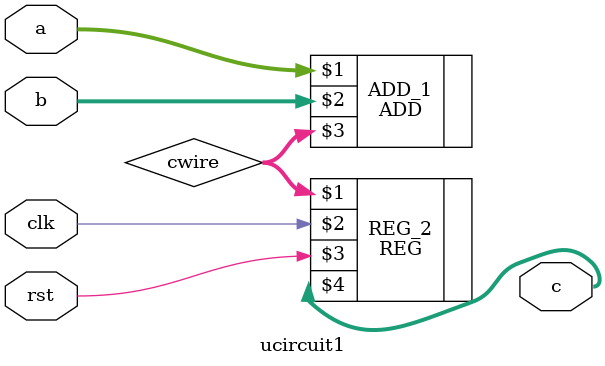
<source format=v>
`timescale 1ns / 1ps
module ucircuit1(a, b, c, clk, rst);

input [7:0] a;
input [7:0] b;
output [7:0] c;
wire [7:0] cwire;
input clk, rst;

ADD #(8) ADD_1(a,b,cwire);
REG #(8) REG_2(cwire,clk, rst, c);

endmodule

</source>
